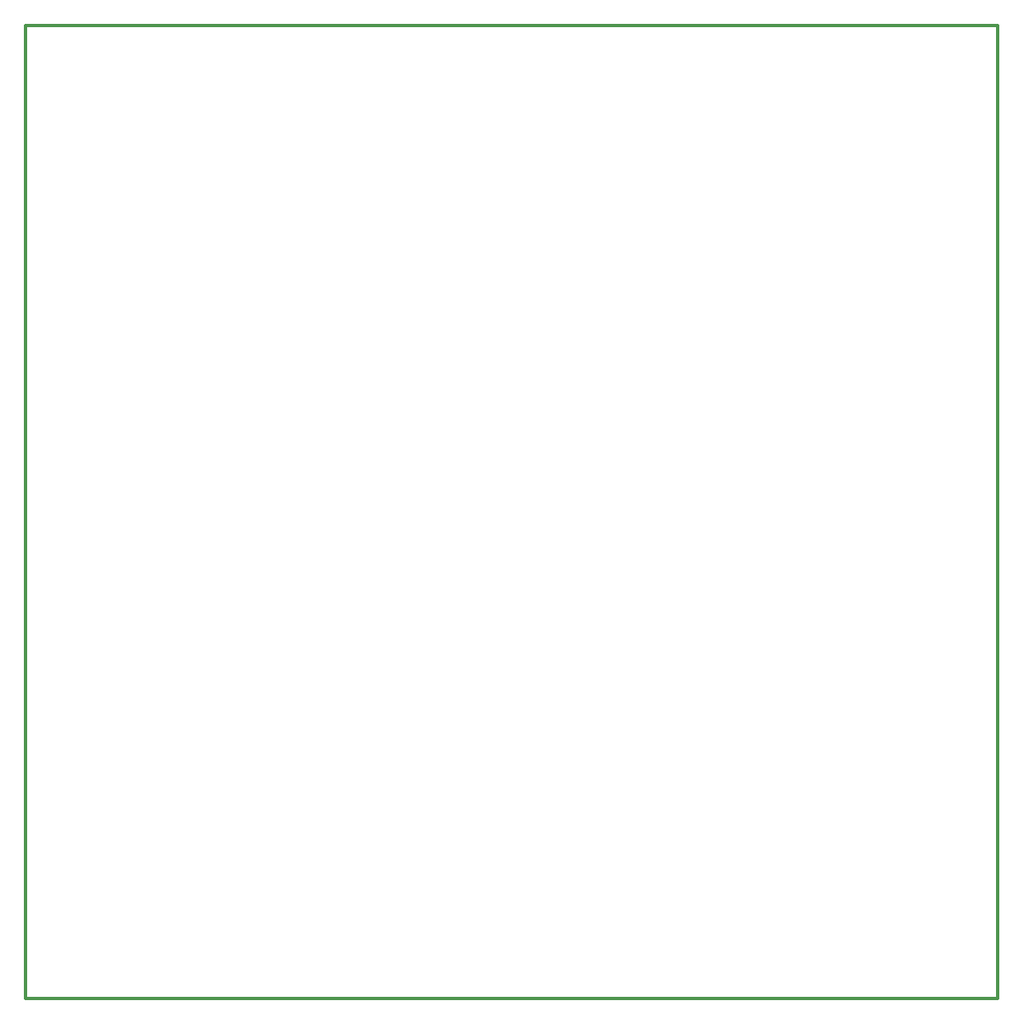
<source format=gko>
G04*
G04 #@! TF.GenerationSoftware,Altium Limited,Altium Designer,21.6.4 (81)*
G04*
G04 Layer_Color=16711935*
%FSLAX25Y25*%
%MOIN*%
G70*
G04*
G04 #@! TF.SameCoordinates,CA042318-3998-41E2-BA40-933A6302EA5A*
G04*
G04*
G04 #@! TF.FilePolarity,Positive*
G04*
G01*
G75*
%ADD12C,0.01181*%
D12*
X196851Y-196851D02*
Y196850D01*
X-196850Y196851D02*
X196851D01*
X-196850Y-196852D02*
X196851D01*
X-196850D02*
Y196849D01*
M02*

</source>
